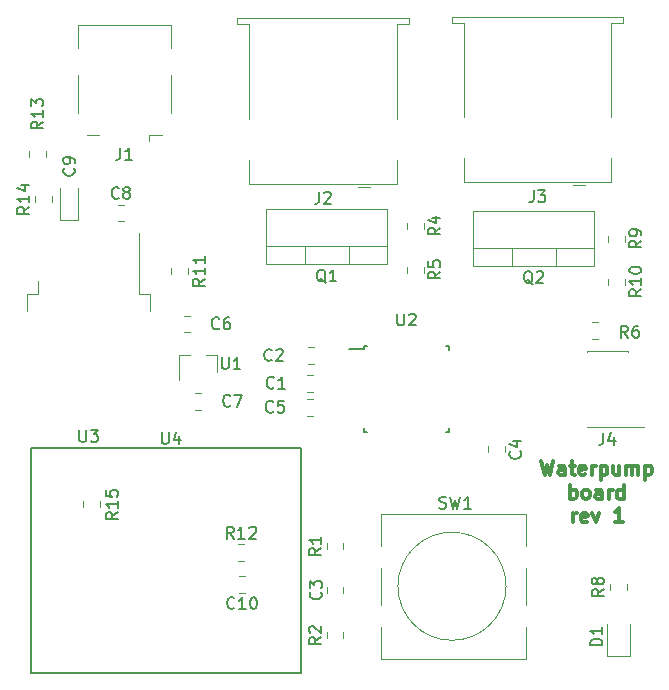
<source format=gbr>
%TF.GenerationSoftware,KiCad,Pcbnew,5.0.2-bee76a0~70~ubuntu18.04.1*%
%TF.CreationDate,2019-09-05T21:10:32+01:00*%
%TF.ProjectId,waterpump_alt,77617465-7270-4756-9d70-5f616c742e6b,rev?*%
%TF.SameCoordinates,Original*%
%TF.FileFunction,Legend,Top*%
%TF.FilePolarity,Positive*%
%FSLAX46Y46*%
G04 Gerber Fmt 4.6, Leading zero omitted, Abs format (unit mm)*
G04 Created by KiCad (PCBNEW 5.0.2-bee76a0~70~ubuntu18.04.1) date Thu 05 Sep 2019 21:10:32 BST*
%MOMM*%
%LPD*%
G01*
G04 APERTURE LIST*
%ADD10C,0.300000*%
%ADD11C,0.120000*%
%ADD12C,0.150000*%
G04 APERTURE END LIST*
D10*
X167383085Y-121396057D02*
X167383085Y-120596057D01*
X167383085Y-120824628D02*
X167440228Y-120710342D01*
X167497371Y-120653200D01*
X167611657Y-120596057D01*
X167725942Y-120596057D01*
X168583085Y-121338914D02*
X168468800Y-121396057D01*
X168240228Y-121396057D01*
X168125942Y-121338914D01*
X168068800Y-121224628D01*
X168068800Y-120767485D01*
X168125942Y-120653200D01*
X168240228Y-120596057D01*
X168468800Y-120596057D01*
X168583085Y-120653200D01*
X168640228Y-120767485D01*
X168640228Y-120881771D01*
X168068800Y-120996057D01*
X169040228Y-120596057D02*
X169325942Y-121396057D01*
X169611657Y-120596057D01*
X171611657Y-121396057D02*
X170925942Y-121396057D01*
X171268800Y-121396057D02*
X171268800Y-120196057D01*
X171154514Y-120367485D01*
X171040228Y-120481771D01*
X170925942Y-120538914D01*
X167160857Y-119414857D02*
X167160857Y-118214857D01*
X167160857Y-118672000D02*
X167275142Y-118614857D01*
X167503714Y-118614857D01*
X167618000Y-118672000D01*
X167675142Y-118729142D01*
X167732285Y-118843428D01*
X167732285Y-119186285D01*
X167675142Y-119300571D01*
X167618000Y-119357714D01*
X167503714Y-119414857D01*
X167275142Y-119414857D01*
X167160857Y-119357714D01*
X168418000Y-119414857D02*
X168303714Y-119357714D01*
X168246571Y-119300571D01*
X168189428Y-119186285D01*
X168189428Y-118843428D01*
X168246571Y-118729142D01*
X168303714Y-118672000D01*
X168418000Y-118614857D01*
X168589428Y-118614857D01*
X168703714Y-118672000D01*
X168760857Y-118729142D01*
X168818000Y-118843428D01*
X168818000Y-119186285D01*
X168760857Y-119300571D01*
X168703714Y-119357714D01*
X168589428Y-119414857D01*
X168418000Y-119414857D01*
X169846571Y-119414857D02*
X169846571Y-118786285D01*
X169789428Y-118672000D01*
X169675142Y-118614857D01*
X169446571Y-118614857D01*
X169332285Y-118672000D01*
X169846571Y-119357714D02*
X169732285Y-119414857D01*
X169446571Y-119414857D01*
X169332285Y-119357714D01*
X169275142Y-119243428D01*
X169275142Y-119129142D01*
X169332285Y-119014857D01*
X169446571Y-118957714D01*
X169732285Y-118957714D01*
X169846571Y-118900571D01*
X170418000Y-119414857D02*
X170418000Y-118614857D01*
X170418000Y-118843428D02*
X170475142Y-118729142D01*
X170532285Y-118672000D01*
X170646571Y-118614857D01*
X170760857Y-118614857D01*
X171675142Y-119414857D02*
X171675142Y-118214857D01*
X171675142Y-119357714D02*
X171560857Y-119414857D01*
X171332285Y-119414857D01*
X171218000Y-119357714D01*
X171160857Y-119300571D01*
X171103714Y-119186285D01*
X171103714Y-118843428D01*
X171160857Y-118729142D01*
X171218000Y-118672000D01*
X171332285Y-118614857D01*
X171560857Y-118614857D01*
X171675142Y-118672000D01*
X164703714Y-116182857D02*
X164989428Y-117382857D01*
X165218000Y-116525714D01*
X165446571Y-117382857D01*
X165732285Y-116182857D01*
X166703714Y-117382857D02*
X166703714Y-116754285D01*
X166646571Y-116640000D01*
X166532285Y-116582857D01*
X166303714Y-116582857D01*
X166189428Y-116640000D01*
X166703714Y-117325714D02*
X166589428Y-117382857D01*
X166303714Y-117382857D01*
X166189428Y-117325714D01*
X166132285Y-117211428D01*
X166132285Y-117097142D01*
X166189428Y-116982857D01*
X166303714Y-116925714D01*
X166589428Y-116925714D01*
X166703714Y-116868571D01*
X167103714Y-116582857D02*
X167560857Y-116582857D01*
X167275142Y-116182857D02*
X167275142Y-117211428D01*
X167332285Y-117325714D01*
X167446571Y-117382857D01*
X167560857Y-117382857D01*
X168418000Y-117325714D02*
X168303714Y-117382857D01*
X168075142Y-117382857D01*
X167960857Y-117325714D01*
X167903714Y-117211428D01*
X167903714Y-116754285D01*
X167960857Y-116640000D01*
X168075142Y-116582857D01*
X168303714Y-116582857D01*
X168418000Y-116640000D01*
X168475142Y-116754285D01*
X168475142Y-116868571D01*
X167903714Y-116982857D01*
X168989428Y-117382857D02*
X168989428Y-116582857D01*
X168989428Y-116811428D02*
X169046571Y-116697142D01*
X169103714Y-116640000D01*
X169218000Y-116582857D01*
X169332285Y-116582857D01*
X169732285Y-116582857D02*
X169732285Y-117782857D01*
X169732285Y-116640000D02*
X169846571Y-116582857D01*
X170075142Y-116582857D01*
X170189428Y-116640000D01*
X170246571Y-116697142D01*
X170303714Y-116811428D01*
X170303714Y-117154285D01*
X170246571Y-117268571D01*
X170189428Y-117325714D01*
X170075142Y-117382857D01*
X169846571Y-117382857D01*
X169732285Y-117325714D01*
X171332285Y-116582857D02*
X171332285Y-117382857D01*
X170818000Y-116582857D02*
X170818000Y-117211428D01*
X170875142Y-117325714D01*
X170989428Y-117382857D01*
X171160857Y-117382857D01*
X171275142Y-117325714D01*
X171332285Y-117268571D01*
X171903714Y-117382857D02*
X171903714Y-116582857D01*
X171903714Y-116697142D02*
X171960857Y-116640000D01*
X172075142Y-116582857D01*
X172246571Y-116582857D01*
X172360857Y-116640000D01*
X172418000Y-116754285D01*
X172418000Y-117382857D01*
X172418000Y-116754285D02*
X172475142Y-116640000D01*
X172589428Y-116582857D01*
X172760857Y-116582857D01*
X172875142Y-116640000D01*
X172932285Y-116754285D01*
X172932285Y-117382857D01*
X173503714Y-116582857D02*
X173503714Y-117782857D01*
X173503714Y-116640000D02*
X173618000Y-116582857D01*
X173846571Y-116582857D01*
X173960857Y-116640000D01*
X174018000Y-116697142D01*
X174075142Y-116811428D01*
X174075142Y-117154285D01*
X174018000Y-117268571D01*
X173960857Y-117325714D01*
X173846571Y-117382857D01*
X173618000Y-117382857D01*
X173503714Y-117325714D01*
D11*
X125503000Y-79307000D02*
X133323000Y-79307000D01*
X131523000Y-88627000D02*
X131523000Y-89057000D01*
X125503000Y-79307000D02*
X125503000Y-81257000D01*
X125503000Y-83477000D02*
X125503000Y-86707000D01*
X127303000Y-88627000D02*
X126223000Y-88627000D01*
X132603000Y-88627000D02*
X131523000Y-88627000D01*
X133323000Y-83477000D02*
X133323000Y-86707000D01*
X133323000Y-79307000D02*
X133323000Y-81257000D01*
X147966500Y-131210578D02*
X147966500Y-130693422D01*
X146546500Y-131210578D02*
X146546500Y-130693422D01*
X146546500Y-126819922D02*
X146546500Y-127337078D01*
X147966500Y-126819922D02*
X147966500Y-127337078D01*
X163403000Y-132983000D02*
X151103000Y-132983000D01*
X151103000Y-128403000D02*
X151103000Y-125263000D01*
X151103000Y-120683000D02*
X163403000Y-120683000D01*
X163403000Y-130263000D02*
X163403000Y-132983000D01*
X161732050Y-126793000D02*
G75*
G03X161732050Y-126793000I-4579050J0D01*
G01*
X163403000Y-120683000D02*
X163403000Y-123403000D01*
X163403000Y-125263000D02*
X163403000Y-128403000D01*
X151103000Y-123403000D02*
X151103000Y-120683000D01*
X151103000Y-132983000D02*
X151103000Y-130263000D01*
X169534578Y-104446000D02*
X169017422Y-104446000D01*
X169534578Y-105866000D02*
X169017422Y-105866000D01*
X145371078Y-108891000D02*
X144853922Y-108891000D01*
X145371078Y-110311000D02*
X144853922Y-110311000D01*
X145498078Y-107961500D02*
X144980922Y-107961500D01*
X145498078Y-106541500D02*
X144980922Y-106541500D01*
X161619000Y-114945422D02*
X161619000Y-115462578D01*
X160199000Y-114945422D02*
X160199000Y-115462578D01*
X145371078Y-112343000D02*
X144853922Y-112343000D01*
X145371078Y-110923000D02*
X144853922Y-110923000D01*
X134957078Y-103874500D02*
X134439922Y-103874500D01*
X134957078Y-105294500D02*
X134439922Y-105294500D01*
X135894578Y-111883500D02*
X135377422Y-111883500D01*
X135894578Y-110463500D02*
X135377422Y-110463500D01*
X128851922Y-95896500D02*
X129369078Y-95896500D01*
X128851922Y-94476500D02*
X129369078Y-94476500D01*
X139626078Y-127329000D02*
X139108922Y-127329000D01*
X139626078Y-125909000D02*
X139108922Y-125909000D01*
X172072000Y-113344000D02*
X168542000Y-113344000D01*
X172072000Y-106874000D02*
X168542000Y-106874000D01*
X173397000Y-113279000D02*
X172072000Y-113279000D01*
X172072000Y-113344000D02*
X172072000Y-113279000D01*
X168542000Y-113344000D02*
X168542000Y-113279000D01*
X172072000Y-106939000D02*
X172072000Y-106874000D01*
X168542000Y-106939000D02*
X168542000Y-106874000D01*
X144707000Y-99536000D02*
X144707000Y-98026000D01*
X148408000Y-99536000D02*
X148408000Y-98026000D01*
X151678000Y-98026000D02*
X141438000Y-98026000D01*
X141438000Y-99536000D02*
X141438000Y-94895000D01*
X151678000Y-99536000D02*
X151678000Y-94895000D01*
X151678000Y-94895000D02*
X141438000Y-94895000D01*
X151678000Y-99536000D02*
X141438000Y-99536000D01*
X169204000Y-99663000D02*
X158964000Y-99663000D01*
X169204000Y-95022000D02*
X158964000Y-95022000D01*
X169204000Y-99663000D02*
X169204000Y-95022000D01*
X158964000Y-99663000D02*
X158964000Y-95022000D01*
X169204000Y-98153000D02*
X158964000Y-98153000D01*
X165934000Y-99663000D02*
X165934000Y-98153000D01*
X162233000Y-99663000D02*
X162233000Y-98153000D01*
X146546500Y-123654078D02*
X146546500Y-123136922D01*
X147966500Y-123654078D02*
X147966500Y-123136922D01*
X153341000Y-96007422D02*
X153341000Y-96524578D01*
X154761000Y-96007422D02*
X154761000Y-96524578D01*
X154761000Y-99738922D02*
X154761000Y-100256078D01*
X153341000Y-99738922D02*
X153341000Y-100256078D01*
X171961880Y-126601962D02*
X171961880Y-127119118D01*
X170541880Y-126601962D02*
X170541880Y-127119118D01*
X170359000Y-97101922D02*
X170359000Y-97619078D01*
X171779000Y-97101922D02*
X171779000Y-97619078D01*
X170359000Y-100754922D02*
X170359000Y-101272078D01*
X171779000Y-100754922D02*
X171779000Y-101272078D01*
X133402000Y-99865922D02*
X133402000Y-100383078D01*
X134822000Y-99865922D02*
X134822000Y-100383078D01*
X139045422Y-123242000D02*
X139562578Y-123242000D01*
X139045422Y-124662000D02*
X139562578Y-124662000D01*
X122757000Y-90428578D02*
X122757000Y-89911422D01*
X121337000Y-90428578D02*
X121337000Y-89911422D01*
X121845000Y-94287078D02*
X121845000Y-93769922D01*
X123265000Y-94287078D02*
X123265000Y-93769922D01*
X127329000Y-120068078D02*
X127329000Y-119550922D01*
X125909000Y-120068078D02*
X125909000Y-119550922D01*
X137218500Y-107206000D02*
X136288500Y-107206000D01*
X134058500Y-107206000D02*
X134988500Y-107206000D01*
X134058500Y-107206000D02*
X134058500Y-109366000D01*
X137218500Y-107206000D02*
X137218500Y-108666000D01*
D12*
X149664000Y-106484000D02*
X149664000Y-106709000D01*
X156914000Y-106484000D02*
X156914000Y-106784000D01*
X156914000Y-113734000D02*
X156914000Y-113434000D01*
X149664000Y-113734000D02*
X149664000Y-113434000D01*
X149664000Y-106484000D02*
X149964000Y-106484000D01*
X149664000Y-113734000D02*
X149964000Y-113734000D01*
X156914000Y-113734000D02*
X156614000Y-113734000D01*
X156914000Y-106484000D02*
X156614000Y-106484000D01*
X149664000Y-106709000D02*
X148439000Y-106709000D01*
D11*
X131565000Y-103512000D02*
X131565000Y-102012000D01*
X131565000Y-102012000D02*
X130615000Y-102012000D01*
X130615000Y-102012000D02*
X130615000Y-96887000D01*
X121165000Y-103512000D02*
X121165000Y-102012000D01*
X121165000Y-102012000D02*
X122115000Y-102012000D01*
X122115000Y-102012000D02*
X122115000Y-100912000D01*
D12*
X144399000Y-115062000D02*
X121539000Y-115062000D01*
X121539000Y-115062000D02*
X121539000Y-134112000D01*
X121539000Y-134112000D02*
X144399000Y-134112000D01*
X144399000Y-134112000D02*
X144399000Y-115062000D01*
D11*
X153483000Y-78704000D02*
X138983000Y-78704000D01*
X138983000Y-78704000D02*
X138983000Y-79204000D01*
X138983000Y-79204000D02*
X139983000Y-79204000D01*
X139983000Y-79204000D02*
X139983000Y-87204000D01*
X139983000Y-90704000D02*
X139983000Y-92704000D01*
X139983000Y-92704000D02*
X152483000Y-92704000D01*
X152483000Y-92704000D02*
X152483000Y-90704000D01*
X152483000Y-87204000D02*
X152483000Y-79204000D01*
X152483000Y-79204000D02*
X153483000Y-79204000D01*
X153483000Y-79204000D02*
X153483000Y-78704000D01*
X150233000Y-92954000D02*
X149233000Y-92954000D01*
X168394000Y-92827000D02*
X167394000Y-92827000D01*
X171644000Y-79077000D02*
X171644000Y-78577000D01*
X170644000Y-79077000D02*
X171644000Y-79077000D01*
X170644000Y-87077000D02*
X170644000Y-79077000D01*
X170644000Y-92577000D02*
X170644000Y-90577000D01*
X158144000Y-92577000D02*
X170644000Y-92577000D01*
X158144000Y-90577000D02*
X158144000Y-92577000D01*
X158144000Y-79077000D02*
X158144000Y-87077000D01*
X157144000Y-79077000D02*
X158144000Y-79077000D01*
X157144000Y-78577000D02*
X157144000Y-79077000D01*
X171644000Y-78577000D02*
X157144000Y-78577000D01*
X170291880Y-130005820D02*
X170291880Y-132690820D01*
X170291880Y-132690820D02*
X172211880Y-132690820D01*
X172211880Y-132690820D02*
X172211880Y-130005820D01*
X123929000Y-93108500D02*
X123929000Y-95818500D01*
X123929000Y-95818500D02*
X125499000Y-95818500D01*
X125499000Y-95818500D02*
X125499000Y-93108500D01*
D12*
X129079666Y-89669380D02*
X129079666Y-90383666D01*
X129032047Y-90526523D01*
X128936809Y-90621761D01*
X128793952Y-90669380D01*
X128698714Y-90669380D01*
X130079666Y-90669380D02*
X129508238Y-90669380D01*
X129793952Y-90669380D02*
X129793952Y-89669380D01*
X129698714Y-89812238D01*
X129603476Y-89907476D01*
X129508238Y-89955095D01*
X146058880Y-131118666D02*
X145582690Y-131452000D01*
X146058880Y-131690095D02*
X145058880Y-131690095D01*
X145058880Y-131309142D01*
X145106500Y-131213904D01*
X145154119Y-131166285D01*
X145249357Y-131118666D01*
X145392214Y-131118666D01*
X145487452Y-131166285D01*
X145535071Y-131213904D01*
X145582690Y-131309142D01*
X145582690Y-131690095D01*
X145154119Y-130737714D02*
X145106500Y-130690095D01*
X145058880Y-130594857D01*
X145058880Y-130356761D01*
X145106500Y-130261523D01*
X145154119Y-130213904D01*
X145249357Y-130166285D01*
X145344595Y-130166285D01*
X145487452Y-130213904D01*
X146058880Y-130785333D01*
X146058880Y-130166285D01*
X146026142Y-127293666D02*
X146073761Y-127341285D01*
X146121380Y-127484142D01*
X146121380Y-127579380D01*
X146073761Y-127722238D01*
X145978523Y-127817476D01*
X145883285Y-127865095D01*
X145692809Y-127912714D01*
X145549952Y-127912714D01*
X145359476Y-127865095D01*
X145264238Y-127817476D01*
X145169000Y-127722238D01*
X145121380Y-127579380D01*
X145121380Y-127484142D01*
X145169000Y-127341285D01*
X145216619Y-127293666D01*
X145121380Y-126960333D02*
X145121380Y-126341285D01*
X145502333Y-126674619D01*
X145502333Y-126531761D01*
X145549952Y-126436523D01*
X145597571Y-126388904D01*
X145692809Y-126341285D01*
X145930904Y-126341285D01*
X146026142Y-126388904D01*
X146073761Y-126436523D01*
X146121380Y-126531761D01*
X146121380Y-126817476D01*
X146073761Y-126912714D01*
X146026142Y-126960333D01*
X156089666Y-120165761D02*
X156232523Y-120213380D01*
X156470619Y-120213380D01*
X156565857Y-120165761D01*
X156613476Y-120118142D01*
X156661095Y-120022904D01*
X156661095Y-119927666D01*
X156613476Y-119832428D01*
X156565857Y-119784809D01*
X156470619Y-119737190D01*
X156280142Y-119689571D01*
X156184904Y-119641952D01*
X156137285Y-119594333D01*
X156089666Y-119499095D01*
X156089666Y-119403857D01*
X156137285Y-119308619D01*
X156184904Y-119261000D01*
X156280142Y-119213380D01*
X156518238Y-119213380D01*
X156661095Y-119261000D01*
X156994428Y-119213380D02*
X157232523Y-120213380D01*
X157423000Y-119499095D01*
X157613476Y-120213380D01*
X157851571Y-119213380D01*
X158756333Y-120213380D02*
X158184904Y-120213380D01*
X158470619Y-120213380D02*
X158470619Y-119213380D01*
X158375380Y-119356238D01*
X158280142Y-119451476D01*
X158184904Y-119499095D01*
X172045333Y-105735380D02*
X171712000Y-105259190D01*
X171473904Y-105735380D02*
X171473904Y-104735380D01*
X171854857Y-104735380D01*
X171950095Y-104783000D01*
X171997714Y-104830619D01*
X172045333Y-104925857D01*
X172045333Y-105068714D01*
X171997714Y-105163952D01*
X171950095Y-105211571D01*
X171854857Y-105259190D01*
X171473904Y-105259190D01*
X172902476Y-104735380D02*
X172712000Y-104735380D01*
X172616761Y-104783000D01*
X172569142Y-104830619D01*
X172473904Y-104973476D01*
X172426285Y-105163952D01*
X172426285Y-105544904D01*
X172473904Y-105640142D01*
X172521523Y-105687761D01*
X172616761Y-105735380D01*
X172807238Y-105735380D01*
X172902476Y-105687761D01*
X172950095Y-105640142D01*
X172997714Y-105544904D01*
X172997714Y-105306809D01*
X172950095Y-105211571D01*
X172902476Y-105163952D01*
X172807238Y-105116333D01*
X172616761Y-105116333D01*
X172521523Y-105163952D01*
X172473904Y-105211571D01*
X172426285Y-105306809D01*
X142073333Y-109958142D02*
X142025714Y-110005761D01*
X141882857Y-110053380D01*
X141787619Y-110053380D01*
X141644761Y-110005761D01*
X141549523Y-109910523D01*
X141501904Y-109815285D01*
X141454285Y-109624809D01*
X141454285Y-109481952D01*
X141501904Y-109291476D01*
X141549523Y-109196238D01*
X141644761Y-109101000D01*
X141787619Y-109053380D01*
X141882857Y-109053380D01*
X142025714Y-109101000D01*
X142073333Y-109148619D01*
X143025714Y-110053380D02*
X142454285Y-110053380D01*
X142740000Y-110053380D02*
X142740000Y-109053380D01*
X142644761Y-109196238D01*
X142549523Y-109291476D01*
X142454285Y-109339095D01*
X141882833Y-107608642D02*
X141835214Y-107656261D01*
X141692357Y-107703880D01*
X141597119Y-107703880D01*
X141454261Y-107656261D01*
X141359023Y-107561023D01*
X141311404Y-107465785D01*
X141263785Y-107275309D01*
X141263785Y-107132452D01*
X141311404Y-106941976D01*
X141359023Y-106846738D01*
X141454261Y-106751500D01*
X141597119Y-106703880D01*
X141692357Y-106703880D01*
X141835214Y-106751500D01*
X141882833Y-106799119D01*
X142263785Y-106799119D02*
X142311404Y-106751500D01*
X142406642Y-106703880D01*
X142644738Y-106703880D01*
X142739976Y-106751500D01*
X142787595Y-106799119D01*
X142835214Y-106894357D01*
X142835214Y-106989595D01*
X142787595Y-107132452D01*
X142216166Y-107703880D01*
X142835214Y-107703880D01*
X162916142Y-115370666D02*
X162963761Y-115418285D01*
X163011380Y-115561142D01*
X163011380Y-115656380D01*
X162963761Y-115799238D01*
X162868523Y-115894476D01*
X162773285Y-115942095D01*
X162582809Y-115989714D01*
X162439952Y-115989714D01*
X162249476Y-115942095D01*
X162154238Y-115894476D01*
X162059000Y-115799238D01*
X162011380Y-115656380D01*
X162011380Y-115561142D01*
X162059000Y-115418285D01*
X162106619Y-115370666D01*
X162344714Y-114513523D02*
X163011380Y-114513523D01*
X161963761Y-114751619D02*
X162678047Y-114989714D01*
X162678047Y-114370666D01*
X142009833Y-111990142D02*
X141962214Y-112037761D01*
X141819357Y-112085380D01*
X141724119Y-112085380D01*
X141581261Y-112037761D01*
X141486023Y-111942523D01*
X141438404Y-111847285D01*
X141390785Y-111656809D01*
X141390785Y-111513952D01*
X141438404Y-111323476D01*
X141486023Y-111228238D01*
X141581261Y-111133000D01*
X141724119Y-111085380D01*
X141819357Y-111085380D01*
X141962214Y-111133000D01*
X142009833Y-111180619D01*
X142914595Y-111085380D02*
X142438404Y-111085380D01*
X142390785Y-111561571D01*
X142438404Y-111513952D01*
X142533642Y-111466333D01*
X142771738Y-111466333D01*
X142866976Y-111513952D01*
X142914595Y-111561571D01*
X142962214Y-111656809D01*
X142962214Y-111894904D01*
X142914595Y-111990142D01*
X142866976Y-112037761D01*
X142771738Y-112085380D01*
X142533642Y-112085380D01*
X142438404Y-112037761D01*
X142390785Y-111990142D01*
X137437833Y-104941642D02*
X137390214Y-104989261D01*
X137247357Y-105036880D01*
X137152119Y-105036880D01*
X137009261Y-104989261D01*
X136914023Y-104894023D01*
X136866404Y-104798785D01*
X136818785Y-104608309D01*
X136818785Y-104465452D01*
X136866404Y-104274976D01*
X136914023Y-104179738D01*
X137009261Y-104084500D01*
X137152119Y-104036880D01*
X137247357Y-104036880D01*
X137390214Y-104084500D01*
X137437833Y-104132119D01*
X138294976Y-104036880D02*
X138104500Y-104036880D01*
X138009261Y-104084500D01*
X137961642Y-104132119D01*
X137866404Y-104274976D01*
X137818785Y-104465452D01*
X137818785Y-104846404D01*
X137866404Y-104941642D01*
X137914023Y-104989261D01*
X138009261Y-105036880D01*
X138199738Y-105036880D01*
X138294976Y-104989261D01*
X138342595Y-104941642D01*
X138390214Y-104846404D01*
X138390214Y-104608309D01*
X138342595Y-104513071D01*
X138294976Y-104465452D01*
X138199738Y-104417833D01*
X138009261Y-104417833D01*
X137914023Y-104465452D01*
X137866404Y-104513071D01*
X137818785Y-104608309D01*
X138390333Y-111482142D02*
X138342714Y-111529761D01*
X138199857Y-111577380D01*
X138104619Y-111577380D01*
X137961761Y-111529761D01*
X137866523Y-111434523D01*
X137818904Y-111339285D01*
X137771285Y-111148809D01*
X137771285Y-111005952D01*
X137818904Y-110815476D01*
X137866523Y-110720238D01*
X137961761Y-110625000D01*
X138104619Y-110577380D01*
X138199857Y-110577380D01*
X138342714Y-110625000D01*
X138390333Y-110672619D01*
X138723666Y-110577380D02*
X139390333Y-110577380D01*
X138961761Y-111577380D01*
X128943833Y-93893642D02*
X128896214Y-93941261D01*
X128753357Y-93988880D01*
X128658119Y-93988880D01*
X128515261Y-93941261D01*
X128420023Y-93846023D01*
X128372404Y-93750785D01*
X128324785Y-93560309D01*
X128324785Y-93417452D01*
X128372404Y-93226976D01*
X128420023Y-93131738D01*
X128515261Y-93036500D01*
X128658119Y-92988880D01*
X128753357Y-92988880D01*
X128896214Y-93036500D01*
X128943833Y-93084119D01*
X129515261Y-93417452D02*
X129420023Y-93369833D01*
X129372404Y-93322214D01*
X129324785Y-93226976D01*
X129324785Y-93179357D01*
X129372404Y-93084119D01*
X129420023Y-93036500D01*
X129515261Y-92988880D01*
X129705738Y-92988880D01*
X129800976Y-93036500D01*
X129848595Y-93084119D01*
X129896214Y-93179357D01*
X129896214Y-93226976D01*
X129848595Y-93322214D01*
X129800976Y-93369833D01*
X129705738Y-93417452D01*
X129515261Y-93417452D01*
X129420023Y-93465071D01*
X129372404Y-93512690D01*
X129324785Y-93607928D01*
X129324785Y-93798404D01*
X129372404Y-93893642D01*
X129420023Y-93941261D01*
X129515261Y-93988880D01*
X129705738Y-93988880D01*
X129800976Y-93941261D01*
X129848595Y-93893642D01*
X129896214Y-93798404D01*
X129896214Y-93607928D01*
X129848595Y-93512690D01*
X129800976Y-93465071D01*
X129705738Y-93417452D01*
X138724642Y-128626142D02*
X138677023Y-128673761D01*
X138534166Y-128721380D01*
X138438928Y-128721380D01*
X138296071Y-128673761D01*
X138200833Y-128578523D01*
X138153214Y-128483285D01*
X138105595Y-128292809D01*
X138105595Y-128149952D01*
X138153214Y-127959476D01*
X138200833Y-127864238D01*
X138296071Y-127769000D01*
X138438928Y-127721380D01*
X138534166Y-127721380D01*
X138677023Y-127769000D01*
X138724642Y-127816619D01*
X139677023Y-128721380D02*
X139105595Y-128721380D01*
X139391309Y-128721380D02*
X139391309Y-127721380D01*
X139296071Y-127864238D01*
X139200833Y-127959476D01*
X139105595Y-128007095D01*
X140296071Y-127721380D02*
X140391309Y-127721380D01*
X140486547Y-127769000D01*
X140534166Y-127816619D01*
X140581785Y-127911857D01*
X140629404Y-128102333D01*
X140629404Y-128340428D01*
X140581785Y-128530904D01*
X140534166Y-128626142D01*
X140486547Y-128673761D01*
X140391309Y-128721380D01*
X140296071Y-128721380D01*
X140200833Y-128673761D01*
X140153214Y-128626142D01*
X140105595Y-128530904D01*
X140057976Y-128340428D01*
X140057976Y-128102333D01*
X140105595Y-127911857D01*
X140153214Y-127816619D01*
X140200833Y-127769000D01*
X140296071Y-127721380D01*
X169973666Y-113796380D02*
X169973666Y-114510666D01*
X169926047Y-114653523D01*
X169830809Y-114748761D01*
X169687952Y-114796380D01*
X169592714Y-114796380D01*
X170878428Y-114129714D02*
X170878428Y-114796380D01*
X170640333Y-113748761D02*
X170402238Y-114463047D01*
X171021285Y-114463047D01*
X146462761Y-101083619D02*
X146367523Y-101036000D01*
X146272285Y-100940761D01*
X146129428Y-100797904D01*
X146034190Y-100750285D01*
X145938952Y-100750285D01*
X145986571Y-100988380D02*
X145891333Y-100940761D01*
X145796095Y-100845523D01*
X145748476Y-100655047D01*
X145748476Y-100321714D01*
X145796095Y-100131238D01*
X145891333Y-100036000D01*
X145986571Y-99988380D01*
X146177047Y-99988380D01*
X146272285Y-100036000D01*
X146367523Y-100131238D01*
X146415142Y-100321714D01*
X146415142Y-100655047D01*
X146367523Y-100845523D01*
X146272285Y-100940761D01*
X146177047Y-100988380D01*
X145986571Y-100988380D01*
X147367523Y-100988380D02*
X146796095Y-100988380D01*
X147081809Y-100988380D02*
X147081809Y-99988380D01*
X146986571Y-100131238D01*
X146891333Y-100226476D01*
X146796095Y-100274095D01*
X163988761Y-101210619D02*
X163893523Y-101163000D01*
X163798285Y-101067761D01*
X163655428Y-100924904D01*
X163560190Y-100877285D01*
X163464952Y-100877285D01*
X163512571Y-101115380D02*
X163417333Y-101067761D01*
X163322095Y-100972523D01*
X163274476Y-100782047D01*
X163274476Y-100448714D01*
X163322095Y-100258238D01*
X163417333Y-100163000D01*
X163512571Y-100115380D01*
X163703047Y-100115380D01*
X163798285Y-100163000D01*
X163893523Y-100258238D01*
X163941142Y-100448714D01*
X163941142Y-100782047D01*
X163893523Y-100972523D01*
X163798285Y-101067761D01*
X163703047Y-101115380D01*
X163512571Y-101115380D01*
X164322095Y-100210619D02*
X164369714Y-100163000D01*
X164464952Y-100115380D01*
X164703047Y-100115380D01*
X164798285Y-100163000D01*
X164845904Y-100210619D01*
X164893523Y-100305857D01*
X164893523Y-100401095D01*
X164845904Y-100543952D01*
X164274476Y-101115380D01*
X164893523Y-101115380D01*
X146058880Y-123562166D02*
X145582690Y-123895500D01*
X146058880Y-124133595D02*
X145058880Y-124133595D01*
X145058880Y-123752642D01*
X145106500Y-123657404D01*
X145154119Y-123609785D01*
X145249357Y-123562166D01*
X145392214Y-123562166D01*
X145487452Y-123609785D01*
X145535071Y-123657404D01*
X145582690Y-123752642D01*
X145582690Y-124133595D01*
X146058880Y-122609785D02*
X146058880Y-123181214D01*
X146058880Y-122895500D02*
X145058880Y-122895500D01*
X145201738Y-122990738D01*
X145296976Y-123085976D01*
X145344595Y-123181214D01*
X156153380Y-96432666D02*
X155677190Y-96766000D01*
X156153380Y-97004095D02*
X155153380Y-97004095D01*
X155153380Y-96623142D01*
X155201000Y-96527904D01*
X155248619Y-96480285D01*
X155343857Y-96432666D01*
X155486714Y-96432666D01*
X155581952Y-96480285D01*
X155629571Y-96527904D01*
X155677190Y-96623142D01*
X155677190Y-97004095D01*
X155486714Y-95575523D02*
X156153380Y-95575523D01*
X155105761Y-95813619D02*
X155820047Y-96051714D01*
X155820047Y-95432666D01*
X156153380Y-100164166D02*
X155677190Y-100497500D01*
X156153380Y-100735595D02*
X155153380Y-100735595D01*
X155153380Y-100354642D01*
X155201000Y-100259404D01*
X155248619Y-100211785D01*
X155343857Y-100164166D01*
X155486714Y-100164166D01*
X155581952Y-100211785D01*
X155629571Y-100259404D01*
X155677190Y-100354642D01*
X155677190Y-100735595D01*
X155153380Y-99259404D02*
X155153380Y-99735595D01*
X155629571Y-99783214D01*
X155581952Y-99735595D01*
X155534333Y-99640357D01*
X155534333Y-99402261D01*
X155581952Y-99307023D01*
X155629571Y-99259404D01*
X155724809Y-99211785D01*
X155962904Y-99211785D01*
X156058142Y-99259404D01*
X156105761Y-99307023D01*
X156153380Y-99402261D01*
X156153380Y-99640357D01*
X156105761Y-99735595D01*
X156058142Y-99783214D01*
X169997380Y-127027206D02*
X169521190Y-127360540D01*
X169997380Y-127598635D02*
X168997380Y-127598635D01*
X168997380Y-127217682D01*
X169045000Y-127122444D01*
X169092619Y-127074825D01*
X169187857Y-127027206D01*
X169330714Y-127027206D01*
X169425952Y-127074825D01*
X169473571Y-127122444D01*
X169521190Y-127217682D01*
X169521190Y-127598635D01*
X169425952Y-126455778D02*
X169378333Y-126551016D01*
X169330714Y-126598635D01*
X169235476Y-126646254D01*
X169187857Y-126646254D01*
X169092619Y-126598635D01*
X169045000Y-126551016D01*
X168997380Y-126455778D01*
X168997380Y-126265301D01*
X169045000Y-126170063D01*
X169092619Y-126122444D01*
X169187857Y-126074825D01*
X169235476Y-126074825D01*
X169330714Y-126122444D01*
X169378333Y-126170063D01*
X169425952Y-126265301D01*
X169425952Y-126455778D01*
X169473571Y-126551016D01*
X169521190Y-126598635D01*
X169616428Y-126646254D01*
X169806904Y-126646254D01*
X169902142Y-126598635D01*
X169949761Y-126551016D01*
X169997380Y-126455778D01*
X169997380Y-126265301D01*
X169949761Y-126170063D01*
X169902142Y-126122444D01*
X169806904Y-126074825D01*
X169616428Y-126074825D01*
X169521190Y-126122444D01*
X169473571Y-126170063D01*
X169425952Y-126265301D01*
X173171380Y-97527166D02*
X172695190Y-97860500D01*
X173171380Y-98098595D02*
X172171380Y-98098595D01*
X172171380Y-97717642D01*
X172219000Y-97622404D01*
X172266619Y-97574785D01*
X172361857Y-97527166D01*
X172504714Y-97527166D01*
X172599952Y-97574785D01*
X172647571Y-97622404D01*
X172695190Y-97717642D01*
X172695190Y-98098595D01*
X173171380Y-97050976D02*
X173171380Y-96860500D01*
X173123761Y-96765261D01*
X173076142Y-96717642D01*
X172933285Y-96622404D01*
X172742809Y-96574785D01*
X172361857Y-96574785D01*
X172266619Y-96622404D01*
X172219000Y-96670023D01*
X172171380Y-96765261D01*
X172171380Y-96955738D01*
X172219000Y-97050976D01*
X172266619Y-97098595D01*
X172361857Y-97146214D01*
X172599952Y-97146214D01*
X172695190Y-97098595D01*
X172742809Y-97050976D01*
X172790428Y-96955738D01*
X172790428Y-96765261D01*
X172742809Y-96670023D01*
X172695190Y-96622404D01*
X172599952Y-96574785D01*
X173171380Y-101656357D02*
X172695190Y-101989690D01*
X173171380Y-102227785D02*
X172171380Y-102227785D01*
X172171380Y-101846833D01*
X172219000Y-101751595D01*
X172266619Y-101703976D01*
X172361857Y-101656357D01*
X172504714Y-101656357D01*
X172599952Y-101703976D01*
X172647571Y-101751595D01*
X172695190Y-101846833D01*
X172695190Y-102227785D01*
X173171380Y-100703976D02*
X173171380Y-101275404D01*
X173171380Y-100989690D02*
X172171380Y-100989690D01*
X172314238Y-101084928D01*
X172409476Y-101180166D01*
X172457095Y-101275404D01*
X172171380Y-100084928D02*
X172171380Y-99989690D01*
X172219000Y-99894452D01*
X172266619Y-99846833D01*
X172361857Y-99799214D01*
X172552333Y-99751595D01*
X172790428Y-99751595D01*
X172980904Y-99799214D01*
X173076142Y-99846833D01*
X173123761Y-99894452D01*
X173171380Y-99989690D01*
X173171380Y-100084928D01*
X173123761Y-100180166D01*
X173076142Y-100227785D01*
X172980904Y-100275404D01*
X172790428Y-100323023D01*
X172552333Y-100323023D01*
X172361857Y-100275404D01*
X172266619Y-100227785D01*
X172219000Y-100180166D01*
X172171380Y-100084928D01*
X136214380Y-100767357D02*
X135738190Y-101100690D01*
X136214380Y-101338785D02*
X135214380Y-101338785D01*
X135214380Y-100957833D01*
X135262000Y-100862595D01*
X135309619Y-100814976D01*
X135404857Y-100767357D01*
X135547714Y-100767357D01*
X135642952Y-100814976D01*
X135690571Y-100862595D01*
X135738190Y-100957833D01*
X135738190Y-101338785D01*
X136214380Y-99814976D02*
X136214380Y-100386404D01*
X136214380Y-100100690D02*
X135214380Y-100100690D01*
X135357238Y-100195928D01*
X135452476Y-100291166D01*
X135500095Y-100386404D01*
X136214380Y-98862595D02*
X136214380Y-99434023D01*
X136214380Y-99148309D02*
X135214380Y-99148309D01*
X135357238Y-99243547D01*
X135452476Y-99338785D01*
X135500095Y-99434023D01*
X138661142Y-122754380D02*
X138327809Y-122278190D01*
X138089714Y-122754380D02*
X138089714Y-121754380D01*
X138470666Y-121754380D01*
X138565904Y-121802000D01*
X138613523Y-121849619D01*
X138661142Y-121944857D01*
X138661142Y-122087714D01*
X138613523Y-122182952D01*
X138565904Y-122230571D01*
X138470666Y-122278190D01*
X138089714Y-122278190D01*
X139613523Y-122754380D02*
X139042095Y-122754380D01*
X139327809Y-122754380D02*
X139327809Y-121754380D01*
X139232571Y-121897238D01*
X139137333Y-121992476D01*
X139042095Y-122040095D01*
X139994476Y-121849619D02*
X140042095Y-121802000D01*
X140137333Y-121754380D01*
X140375428Y-121754380D01*
X140470666Y-121802000D01*
X140518285Y-121849619D01*
X140565904Y-121944857D01*
X140565904Y-122040095D01*
X140518285Y-122182952D01*
X139946857Y-122754380D01*
X140565904Y-122754380D01*
X122524780Y-87460057D02*
X122048590Y-87793390D01*
X122524780Y-88031485D02*
X121524780Y-88031485D01*
X121524780Y-87650533D01*
X121572400Y-87555295D01*
X121620019Y-87507676D01*
X121715257Y-87460057D01*
X121858114Y-87460057D01*
X121953352Y-87507676D01*
X122000971Y-87555295D01*
X122048590Y-87650533D01*
X122048590Y-88031485D01*
X122524780Y-86507676D02*
X122524780Y-87079104D01*
X122524780Y-86793390D02*
X121524780Y-86793390D01*
X121667638Y-86888628D01*
X121762876Y-86983866D01*
X121810495Y-87079104D01*
X121524780Y-86174342D02*
X121524780Y-85555295D01*
X121905733Y-85888628D01*
X121905733Y-85745771D01*
X121953352Y-85650533D01*
X122000971Y-85602914D01*
X122096209Y-85555295D01*
X122334304Y-85555295D01*
X122429542Y-85602914D01*
X122477161Y-85650533D01*
X122524780Y-85745771D01*
X122524780Y-86031485D01*
X122477161Y-86126723D01*
X122429542Y-86174342D01*
X121357380Y-94671357D02*
X120881190Y-95004690D01*
X121357380Y-95242785D02*
X120357380Y-95242785D01*
X120357380Y-94861833D01*
X120405000Y-94766595D01*
X120452619Y-94718976D01*
X120547857Y-94671357D01*
X120690714Y-94671357D01*
X120785952Y-94718976D01*
X120833571Y-94766595D01*
X120881190Y-94861833D01*
X120881190Y-95242785D01*
X121357380Y-93718976D02*
X121357380Y-94290404D01*
X121357380Y-94004690D02*
X120357380Y-94004690D01*
X120500238Y-94099928D01*
X120595476Y-94195166D01*
X120643095Y-94290404D01*
X120690714Y-92861833D02*
X121357380Y-92861833D01*
X120309761Y-93099928D02*
X121024047Y-93338023D01*
X121024047Y-92718976D01*
X128849380Y-120530857D02*
X128373190Y-120864190D01*
X128849380Y-121102285D02*
X127849380Y-121102285D01*
X127849380Y-120721333D01*
X127897000Y-120626095D01*
X127944619Y-120578476D01*
X128039857Y-120530857D01*
X128182714Y-120530857D01*
X128277952Y-120578476D01*
X128325571Y-120626095D01*
X128373190Y-120721333D01*
X128373190Y-121102285D01*
X128849380Y-119578476D02*
X128849380Y-120149904D01*
X128849380Y-119864190D02*
X127849380Y-119864190D01*
X127992238Y-119959428D01*
X128087476Y-120054666D01*
X128135095Y-120149904D01*
X127849380Y-118673714D02*
X127849380Y-119149904D01*
X128325571Y-119197523D01*
X128277952Y-119149904D01*
X128230333Y-119054666D01*
X128230333Y-118816571D01*
X128277952Y-118721333D01*
X128325571Y-118673714D01*
X128420809Y-118626095D01*
X128658904Y-118626095D01*
X128754142Y-118673714D01*
X128801761Y-118721333D01*
X128849380Y-118816571D01*
X128849380Y-119054666D01*
X128801761Y-119149904D01*
X128754142Y-119197523D01*
X137668095Y-107402380D02*
X137668095Y-108211904D01*
X137715714Y-108307142D01*
X137763333Y-108354761D01*
X137858571Y-108402380D01*
X138049047Y-108402380D01*
X138144285Y-108354761D01*
X138191904Y-108307142D01*
X138239523Y-108211904D01*
X138239523Y-107402380D01*
X139239523Y-108402380D02*
X138668095Y-108402380D01*
X138953809Y-108402380D02*
X138953809Y-107402380D01*
X138858571Y-107545238D01*
X138763333Y-107640476D01*
X138668095Y-107688095D01*
X152527095Y-103711380D02*
X152527095Y-104520904D01*
X152574714Y-104616142D01*
X152622333Y-104663761D01*
X152717571Y-104711380D01*
X152908047Y-104711380D01*
X153003285Y-104663761D01*
X153050904Y-104616142D01*
X153098523Y-104520904D01*
X153098523Y-103711380D01*
X153527095Y-103806619D02*
X153574714Y-103759000D01*
X153669952Y-103711380D01*
X153908047Y-103711380D01*
X154003285Y-103759000D01*
X154050904Y-103806619D01*
X154098523Y-103901857D01*
X154098523Y-103997095D01*
X154050904Y-104139952D01*
X153479476Y-104711380D01*
X154098523Y-104711380D01*
X125603095Y-113561880D02*
X125603095Y-114371404D01*
X125650714Y-114466642D01*
X125698333Y-114514261D01*
X125793571Y-114561880D01*
X125984047Y-114561880D01*
X126079285Y-114514261D01*
X126126904Y-114466642D01*
X126174523Y-114371404D01*
X126174523Y-113561880D01*
X126555476Y-113561880D02*
X127174523Y-113561880D01*
X126841190Y-113942833D01*
X126984047Y-113942833D01*
X127079285Y-113990452D01*
X127126904Y-114038071D01*
X127174523Y-114133309D01*
X127174523Y-114371404D01*
X127126904Y-114466642D01*
X127079285Y-114514261D01*
X126984047Y-114561880D01*
X126698333Y-114561880D01*
X126603095Y-114514261D01*
X126555476Y-114466642D01*
X132588095Y-113752380D02*
X132588095Y-114561904D01*
X132635714Y-114657142D01*
X132683333Y-114704761D01*
X132778571Y-114752380D01*
X132969047Y-114752380D01*
X133064285Y-114704761D01*
X133111904Y-114657142D01*
X133159523Y-114561904D01*
X133159523Y-113752380D01*
X134064285Y-114085714D02*
X134064285Y-114752380D01*
X133826190Y-113704761D02*
X133588095Y-114419047D01*
X134207142Y-114419047D01*
X145899666Y-93406380D02*
X145899666Y-94120666D01*
X145852047Y-94263523D01*
X145756809Y-94358761D01*
X145613952Y-94406380D01*
X145518714Y-94406380D01*
X146328238Y-93501619D02*
X146375857Y-93454000D01*
X146471095Y-93406380D01*
X146709190Y-93406380D01*
X146804428Y-93454000D01*
X146852047Y-93501619D01*
X146899666Y-93596857D01*
X146899666Y-93692095D01*
X146852047Y-93834952D01*
X146280619Y-94406380D01*
X146899666Y-94406380D01*
X164060666Y-93279380D02*
X164060666Y-93993666D01*
X164013047Y-94136523D01*
X163917809Y-94231761D01*
X163774952Y-94279380D01*
X163679714Y-94279380D01*
X164441619Y-93279380D02*
X165060666Y-93279380D01*
X164727333Y-93660333D01*
X164870190Y-93660333D01*
X164965428Y-93707952D01*
X165013047Y-93755571D01*
X165060666Y-93850809D01*
X165060666Y-94088904D01*
X165013047Y-94184142D01*
X164965428Y-94231761D01*
X164870190Y-94279380D01*
X164584476Y-94279380D01*
X164489238Y-94231761D01*
X164441619Y-94184142D01*
X169870380Y-131802095D02*
X168870380Y-131802095D01*
X168870380Y-131564000D01*
X168918000Y-131421142D01*
X169013238Y-131325904D01*
X169108476Y-131278285D01*
X169298952Y-131230666D01*
X169441809Y-131230666D01*
X169632285Y-131278285D01*
X169727523Y-131325904D01*
X169822761Y-131421142D01*
X169870380Y-131564000D01*
X169870380Y-131802095D01*
X169870380Y-130278285D02*
X169870380Y-130849714D01*
X169870380Y-130564000D02*
X168870380Y-130564000D01*
X169013238Y-130659238D01*
X169108476Y-130754476D01*
X169156095Y-130849714D01*
X125121942Y-91403466D02*
X125169561Y-91451085D01*
X125217180Y-91593942D01*
X125217180Y-91689180D01*
X125169561Y-91832038D01*
X125074323Y-91927276D01*
X124979085Y-91974895D01*
X124788609Y-92022514D01*
X124645752Y-92022514D01*
X124455276Y-91974895D01*
X124360038Y-91927276D01*
X124264800Y-91832038D01*
X124217180Y-91689180D01*
X124217180Y-91593942D01*
X124264800Y-91451085D01*
X124312419Y-91403466D01*
X125217180Y-90927276D02*
X125217180Y-90736800D01*
X125169561Y-90641561D01*
X125121942Y-90593942D01*
X124979085Y-90498704D01*
X124788609Y-90451085D01*
X124407657Y-90451085D01*
X124312419Y-90498704D01*
X124264800Y-90546323D01*
X124217180Y-90641561D01*
X124217180Y-90832038D01*
X124264800Y-90927276D01*
X124312419Y-90974895D01*
X124407657Y-91022514D01*
X124645752Y-91022514D01*
X124740990Y-90974895D01*
X124788609Y-90927276D01*
X124836228Y-90832038D01*
X124836228Y-90641561D01*
X124788609Y-90546323D01*
X124740990Y-90498704D01*
X124645752Y-90451085D01*
M02*

</source>
